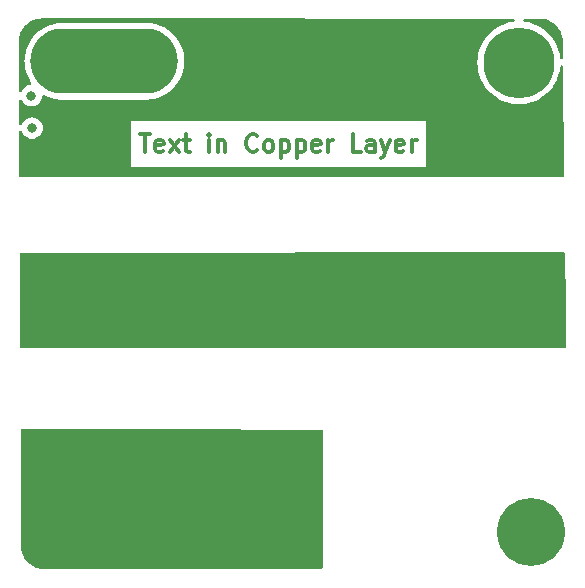
<source format=gbr>
%TF.GenerationSoftware,KiCad,Pcbnew,(6.0.7)*%
%TF.CreationDate,2022-09-05T20:15:19-05:00*%
%TF.ProjectId,SampleTags,53616d70-6c65-4546-9167-732e6b696361,rev?*%
%TF.SameCoordinates,Original*%
%TF.FileFunction,Copper,L1,Top*%
%TF.FilePolarity,Positive*%
%FSLAX46Y46*%
G04 Gerber Fmt 4.6, Leading zero omitted, Abs format (unit mm)*
G04 Created by KiCad (PCBNEW (6.0.7)) date 2022-09-05 20:15:19*
%MOMM*%
%LPD*%
G01*
G04 APERTURE LIST*
%ADD10C,0.300000*%
%TA.AperFunction,NonConductor*%
%ADD11C,0.300000*%
%TD*%
%TA.AperFunction,ComponentPad*%
%ADD12C,5.750000*%
%TD*%
%TA.AperFunction,ComponentPad*%
%ADD13O,12.500000X5.500000*%
%TD*%
%TA.AperFunction,ComponentPad*%
%ADD14C,6.000000*%
%TD*%
%TA.AperFunction,ViaPad*%
%ADD15C,0.800000*%
%TD*%
G04 APERTURE END LIST*
D10*
D11*
X153487314Y-102251771D02*
X154344457Y-102251771D01*
X153915885Y-103751771D02*
X153915885Y-102251771D01*
X155415885Y-103680342D02*
X155273028Y-103751771D01*
X154987314Y-103751771D01*
X154844457Y-103680342D01*
X154773028Y-103537485D01*
X154773028Y-102966057D01*
X154844457Y-102823200D01*
X154987314Y-102751771D01*
X155273028Y-102751771D01*
X155415885Y-102823200D01*
X155487314Y-102966057D01*
X155487314Y-103108914D01*
X154773028Y-103251771D01*
X155987314Y-103751771D02*
X156773028Y-102751771D01*
X155987314Y-102751771D02*
X156773028Y-103751771D01*
X157130171Y-102751771D02*
X157701600Y-102751771D01*
X157344457Y-102251771D02*
X157344457Y-103537485D01*
X157415885Y-103680342D01*
X157558742Y-103751771D01*
X157701600Y-103751771D01*
X159344457Y-103751771D02*
X159344457Y-102751771D01*
X159344457Y-102251771D02*
X159273028Y-102323200D01*
X159344457Y-102394628D01*
X159415885Y-102323200D01*
X159344457Y-102251771D01*
X159344457Y-102394628D01*
X160058742Y-102751771D02*
X160058742Y-103751771D01*
X160058742Y-102894628D02*
X160130171Y-102823200D01*
X160273028Y-102751771D01*
X160487314Y-102751771D01*
X160630171Y-102823200D01*
X160701600Y-102966057D01*
X160701600Y-103751771D01*
X163415885Y-103608914D02*
X163344457Y-103680342D01*
X163130171Y-103751771D01*
X162987314Y-103751771D01*
X162773028Y-103680342D01*
X162630171Y-103537485D01*
X162558742Y-103394628D01*
X162487314Y-103108914D01*
X162487314Y-102894628D01*
X162558742Y-102608914D01*
X162630171Y-102466057D01*
X162773028Y-102323200D01*
X162987314Y-102251771D01*
X163130171Y-102251771D01*
X163344457Y-102323200D01*
X163415885Y-102394628D01*
X164273028Y-103751771D02*
X164130171Y-103680342D01*
X164058742Y-103608914D01*
X163987314Y-103466057D01*
X163987314Y-103037485D01*
X164058742Y-102894628D01*
X164130171Y-102823200D01*
X164273028Y-102751771D01*
X164487314Y-102751771D01*
X164630171Y-102823200D01*
X164701600Y-102894628D01*
X164773028Y-103037485D01*
X164773028Y-103466057D01*
X164701600Y-103608914D01*
X164630171Y-103680342D01*
X164487314Y-103751771D01*
X164273028Y-103751771D01*
X165415885Y-102751771D02*
X165415885Y-104251771D01*
X165415885Y-102823200D02*
X165558742Y-102751771D01*
X165844457Y-102751771D01*
X165987314Y-102823200D01*
X166058742Y-102894628D01*
X166130171Y-103037485D01*
X166130171Y-103466057D01*
X166058742Y-103608914D01*
X165987314Y-103680342D01*
X165844457Y-103751771D01*
X165558742Y-103751771D01*
X165415885Y-103680342D01*
X166773028Y-102751771D02*
X166773028Y-104251771D01*
X166773028Y-102823200D02*
X166915885Y-102751771D01*
X167201600Y-102751771D01*
X167344457Y-102823200D01*
X167415885Y-102894628D01*
X167487314Y-103037485D01*
X167487314Y-103466057D01*
X167415885Y-103608914D01*
X167344457Y-103680342D01*
X167201600Y-103751771D01*
X166915885Y-103751771D01*
X166773028Y-103680342D01*
X168701600Y-103680342D02*
X168558742Y-103751771D01*
X168273028Y-103751771D01*
X168130171Y-103680342D01*
X168058742Y-103537485D01*
X168058742Y-102966057D01*
X168130171Y-102823200D01*
X168273028Y-102751771D01*
X168558742Y-102751771D01*
X168701600Y-102823200D01*
X168773028Y-102966057D01*
X168773028Y-103108914D01*
X168058742Y-103251771D01*
X169415885Y-103751771D02*
X169415885Y-102751771D01*
X169415885Y-103037485D02*
X169487314Y-102894628D01*
X169558742Y-102823200D01*
X169701600Y-102751771D01*
X169844457Y-102751771D01*
X172201600Y-103751771D02*
X171487314Y-103751771D01*
X171487314Y-102251771D01*
X173344457Y-103751771D02*
X173344457Y-102966057D01*
X173273028Y-102823200D01*
X173130171Y-102751771D01*
X172844457Y-102751771D01*
X172701600Y-102823200D01*
X173344457Y-103680342D02*
X173201600Y-103751771D01*
X172844457Y-103751771D01*
X172701600Y-103680342D01*
X172630171Y-103537485D01*
X172630171Y-103394628D01*
X172701600Y-103251771D01*
X172844457Y-103180342D01*
X173201600Y-103180342D01*
X173344457Y-103108914D01*
X173915885Y-102751771D02*
X174273028Y-103751771D01*
X174630171Y-102751771D02*
X174273028Y-103751771D01*
X174130171Y-104108914D01*
X174058742Y-104180342D01*
X173915885Y-104251771D01*
X175773028Y-103680342D02*
X175630171Y-103751771D01*
X175344457Y-103751771D01*
X175201600Y-103680342D01*
X175130171Y-103537485D01*
X175130171Y-102966057D01*
X175201600Y-102823200D01*
X175344457Y-102751771D01*
X175630171Y-102751771D01*
X175773028Y-102823200D01*
X175844457Y-102966057D01*
X175844457Y-103108914D01*
X175130171Y-103251771D01*
X176487314Y-103751771D02*
X176487314Y-102751771D01*
X176487314Y-103037485D02*
X176558742Y-102894628D01*
X176630171Y-102823200D01*
X176773028Y-102751771D01*
X176915885Y-102751771D01*
D12*
%TO.P,REF\u002A\u002A,*%
%TO.N,*%
X186588400Y-135890000D03*
%TD*%
D13*
%TO.P,REF\u002A\u002A,*%
%TO.N,*%
X150469600Y-96062800D03*
%TD*%
D14*
%TO.P,REF\u002A\u002A,*%
%TO.N,*%
X185572400Y-96189800D03*
%TD*%
D15*
%TO.N,*%
X144297400Y-98983800D03*
X144348200Y-101727000D03*
%TD*%
%TA.AperFunction,NonConductor*%
G36*
X155241102Y-127227592D02*
G01*
X168860443Y-127253758D01*
X168928524Y-127273891D01*
X168974914Y-127327636D01*
X168986200Y-127379758D01*
X168986200Y-138900082D01*
X168966198Y-138968203D01*
X168912542Y-139014696D01*
X168860506Y-139026081D01*
X151185682Y-139068482D01*
X145446030Y-139082251D01*
X145426345Y-139080751D01*
X145417081Y-139079309D01*
X145403400Y-139077179D01*
X145394499Y-139078343D01*
X145394494Y-139078343D01*
X145387110Y-139079309D01*
X145362534Y-139080103D01*
X145146834Y-139065968D01*
X145130493Y-139063817D01*
X144979714Y-139033827D01*
X144892579Y-139016495D01*
X144876669Y-139012233D01*
X144646956Y-138934258D01*
X144631731Y-138927951D01*
X144414175Y-138820666D01*
X144399909Y-138812429D01*
X144198214Y-138677662D01*
X144185141Y-138667631D01*
X144002764Y-138507690D01*
X143991110Y-138496036D01*
X143831169Y-138313659D01*
X143821136Y-138300583D01*
X143686373Y-138098895D01*
X143678132Y-138084621D01*
X143650843Y-138029282D01*
X143570848Y-137867067D01*
X143564541Y-137851841D01*
X143486569Y-137622137D01*
X143482304Y-137606217D01*
X143434983Y-137368307D01*
X143432832Y-137351966D01*
X143419167Y-137143439D01*
X143420197Y-137120301D01*
X143420240Y-137116823D01*
X143421621Y-137107952D01*
X143417296Y-137074871D01*
X143416233Y-137059134D01*
X143369923Y-127331628D01*
X143389601Y-127263413D01*
X143443035Y-127216665D01*
X143496164Y-127205028D01*
X155241102Y-127227592D01*
G37*
%TD.AperFunction*%
%TA.AperFunction,NonConductor*%
G36*
X186945816Y-92463806D02*
G01*
X187267995Y-92464000D01*
X187287301Y-92465500D01*
X187290337Y-92465973D01*
X187302328Y-92467840D01*
X187302331Y-92467840D01*
X187311200Y-92469221D01*
X187320101Y-92468057D01*
X187320106Y-92468057D01*
X187327490Y-92467091D01*
X187352066Y-92466297D01*
X187567766Y-92480432D01*
X187584107Y-92482583D01*
X187694317Y-92504504D01*
X187822021Y-92529905D01*
X187837931Y-92534167D01*
X188067644Y-92612142D01*
X188082867Y-92618448D01*
X188300425Y-92725734D01*
X188314691Y-92733971D01*
X188516383Y-92868736D01*
X188529455Y-92878766D01*
X188587954Y-92930068D01*
X188711836Y-93038710D01*
X188723490Y-93050364D01*
X188861156Y-93207341D01*
X188883431Y-93232741D01*
X188893462Y-93245814D01*
X189015844Y-93428972D01*
X189028227Y-93447505D01*
X189036466Y-93461775D01*
X189110895Y-93612704D01*
X189143751Y-93679331D01*
X189150058Y-93694556D01*
X189222063Y-93906680D01*
X189228031Y-93924263D01*
X189232296Y-93940183D01*
X189279617Y-94178093D01*
X189281768Y-94194434D01*
X189295433Y-94402961D01*
X189294403Y-94426099D01*
X189294360Y-94429576D01*
X189292979Y-94438448D01*
X189294143Y-94447351D01*
X189294143Y-94447355D01*
X189297528Y-94473245D01*
X189298586Y-94488298D01*
X189304859Y-95106570D01*
X189311569Y-95767835D01*
X189292259Y-95836155D01*
X189239077Y-95883190D01*
X189168910Y-95894006D01*
X189104033Y-95865170D01*
X189065045Y-95805836D01*
X189061126Y-95788824D01*
X189009457Y-95462602D01*
X189008941Y-95459341D01*
X188913761Y-95104126D01*
X188781973Y-94760806D01*
X188780475Y-94757866D01*
X188616519Y-94436084D01*
X188616515Y-94436077D01*
X188615020Y-94433143D01*
X188597903Y-94406784D01*
X188438153Y-94160790D01*
X188414732Y-94124725D01*
X188183302Y-93838933D01*
X187923267Y-93578898D01*
X187637475Y-93347468D01*
X187421698Y-93207341D01*
X187331827Y-93148978D01*
X187331824Y-93148976D01*
X187329058Y-93147180D01*
X187326124Y-93145685D01*
X187326117Y-93145681D01*
X187004334Y-92981725D01*
X187001394Y-92980227D01*
X186791618Y-92899702D01*
X186661164Y-92849625D01*
X186661162Y-92849624D01*
X186658074Y-92848439D01*
X186302859Y-92753259D01*
X186053273Y-92713729D01*
X185989121Y-92683317D01*
X185951594Y-92623049D01*
X185952608Y-92552059D01*
X185991841Y-92492887D01*
X186056836Y-92464319D01*
X186073061Y-92463280D01*
X186945816Y-92463806D01*
G37*
%TD.AperFunction*%
%TA.AperFunction,NonConductor*%
G36*
X150110173Y-92441594D02*
G01*
X185075690Y-92462678D01*
X185143798Y-92482721D01*
X185190258Y-92536405D01*
X185200320Y-92606685D01*
X185170788Y-92671248D01*
X185111038Y-92709595D01*
X185095324Y-92713127D01*
X185042667Y-92721467D01*
X184841941Y-92753259D01*
X184486726Y-92848439D01*
X184483638Y-92849624D01*
X184483636Y-92849625D01*
X184353182Y-92899702D01*
X184143406Y-92980227D01*
X184140466Y-92981725D01*
X183818684Y-93145681D01*
X183818677Y-93145685D01*
X183815743Y-93147180D01*
X183812977Y-93148976D01*
X183812974Y-93148978D01*
X183732088Y-93201506D01*
X183507325Y-93347468D01*
X183221533Y-93578898D01*
X182961498Y-93838933D01*
X182730068Y-94124725D01*
X182706647Y-94160790D01*
X182546898Y-94406784D01*
X182529780Y-94433143D01*
X182528285Y-94436077D01*
X182528281Y-94436084D01*
X182364325Y-94757866D01*
X182362827Y-94760806D01*
X182231039Y-95104126D01*
X182135859Y-95459341D01*
X182135343Y-95462602D01*
X182080835Y-95806752D01*
X182078331Y-95822559D01*
X182059085Y-96189800D01*
X182078331Y-96557041D01*
X182135859Y-96920259D01*
X182231039Y-97275474D01*
X182362827Y-97618794D01*
X182364325Y-97621734D01*
X182499234Y-97886507D01*
X182529780Y-97946457D01*
X182531576Y-97949223D01*
X182531578Y-97949226D01*
X182579324Y-98022748D01*
X182730068Y-98254875D01*
X182961498Y-98540667D01*
X183221533Y-98800702D01*
X183507325Y-99032132D01*
X183510100Y-99033934D01*
X183761904Y-99197457D01*
X183815742Y-99232420D01*
X183818676Y-99233915D01*
X183818683Y-99233919D01*
X184140466Y-99397875D01*
X184143406Y-99399373D01*
X184236653Y-99435167D01*
X184472375Y-99525652D01*
X184486726Y-99531161D01*
X184841941Y-99626341D01*
X185034958Y-99656912D01*
X185201911Y-99683355D01*
X185201919Y-99683356D01*
X185205159Y-99683869D01*
X185572400Y-99703115D01*
X185939641Y-99683869D01*
X185942881Y-99683356D01*
X185942889Y-99683355D01*
X186109842Y-99656912D01*
X186302859Y-99626341D01*
X186658074Y-99531161D01*
X186672426Y-99525652D01*
X186908147Y-99435167D01*
X187001394Y-99399373D01*
X187004334Y-99397875D01*
X187326117Y-99233919D01*
X187326124Y-99233915D01*
X187329058Y-99232420D01*
X187382897Y-99197457D01*
X187634700Y-99033934D01*
X187637475Y-99032132D01*
X187923267Y-98800702D01*
X188183302Y-98540667D01*
X188414732Y-98254875D01*
X188565476Y-98022748D01*
X188613222Y-97949226D01*
X188613224Y-97949223D01*
X188615020Y-97946457D01*
X188645567Y-97886507D01*
X188780475Y-97621734D01*
X188781973Y-97618794D01*
X188913761Y-97275474D01*
X189008941Y-96920259D01*
X189066469Y-96557041D01*
X189067592Y-96535608D01*
X189091131Y-96468628D01*
X189147145Y-96425007D01*
X189217852Y-96418594D01*
X189280801Y-96451425D01*
X189316007Y-96513078D01*
X189319413Y-96540924D01*
X189413003Y-105764504D01*
X189393693Y-105832824D01*
X189340512Y-105879859D01*
X189286946Y-105891782D01*
X165335505Y-105879480D01*
X143393077Y-105868209D01*
X143324967Y-105848172D01*
X143278501Y-105794492D01*
X143267143Y-105742809D01*
X143263675Y-105014200D01*
X152685957Y-105014200D01*
X177717243Y-105014200D01*
X177717243Y-101132200D01*
X152685957Y-101132200D01*
X152685957Y-105014200D01*
X143263675Y-105014200D01*
X143252161Y-102595794D01*
X143249717Y-102082311D01*
X143269395Y-102014096D01*
X143322829Y-101967348D01*
X143393054Y-101956910D01*
X143457774Y-101986095D01*
X143495549Y-102042776D01*
X143513673Y-102098556D01*
X143609160Y-102263944D01*
X143736947Y-102405866D01*
X143891448Y-102518118D01*
X143897476Y-102520802D01*
X143897478Y-102520803D01*
X144059881Y-102593109D01*
X144065912Y-102595794D01*
X144159313Y-102615647D01*
X144246256Y-102634128D01*
X144246261Y-102634128D01*
X144252713Y-102635500D01*
X144443687Y-102635500D01*
X144450139Y-102634128D01*
X144450144Y-102634128D01*
X144537087Y-102615647D01*
X144630488Y-102595794D01*
X144636519Y-102593109D01*
X144798922Y-102520803D01*
X144798924Y-102520802D01*
X144804952Y-102518118D01*
X144959453Y-102405866D01*
X145087240Y-102263944D01*
X145182727Y-102098556D01*
X145241742Y-101916928D01*
X145261704Y-101727000D01*
X145241742Y-101537072D01*
X145182727Y-101355444D01*
X145087240Y-101190056D01*
X144959453Y-101048134D01*
X144804952Y-100935882D01*
X144798924Y-100933198D01*
X144798922Y-100933197D01*
X144636519Y-100860891D01*
X144636518Y-100860891D01*
X144630488Y-100858206D01*
X144537088Y-100838353D01*
X144450144Y-100819872D01*
X144450139Y-100819872D01*
X144443687Y-100818500D01*
X144252713Y-100818500D01*
X144246261Y-100819872D01*
X144246256Y-100819872D01*
X144159313Y-100838353D01*
X144065912Y-100858206D01*
X144059882Y-100860891D01*
X144059881Y-100860891D01*
X143897478Y-100933197D01*
X143897476Y-100933198D01*
X143891448Y-100935882D01*
X143736947Y-101048134D01*
X143609160Y-101190056D01*
X143513673Y-101355444D01*
X143511631Y-101361729D01*
X143492220Y-101421469D01*
X143452146Y-101480075D01*
X143386750Y-101507712D01*
X143316793Y-101495605D01*
X143264487Y-101447599D01*
X143246388Y-101383133D01*
X143245193Y-101132200D01*
X143237114Y-99435166D01*
X143256792Y-99366952D01*
X143310226Y-99320204D01*
X143380451Y-99309766D01*
X143445171Y-99338951D01*
X143472232Y-99371567D01*
X143555058Y-99515026D01*
X143555061Y-99515031D01*
X143558360Y-99520744D01*
X143562778Y-99525651D01*
X143562779Y-99525652D01*
X143567739Y-99531161D01*
X143686147Y-99662666D01*
X143840648Y-99774918D01*
X143846676Y-99777602D01*
X143846678Y-99777603D01*
X144009081Y-99849909D01*
X144015112Y-99852594D01*
X144108513Y-99872447D01*
X144195456Y-99890928D01*
X144195461Y-99890928D01*
X144201913Y-99892300D01*
X144392887Y-99892300D01*
X144399339Y-99890928D01*
X144399344Y-99890928D01*
X144486287Y-99872447D01*
X144579688Y-99852594D01*
X144585719Y-99849909D01*
X144748122Y-99777603D01*
X144748124Y-99777602D01*
X144754152Y-99774918D01*
X144908653Y-99662666D01*
X145027061Y-99531161D01*
X145032021Y-99525652D01*
X145032022Y-99525651D01*
X145036440Y-99520744D01*
X145131927Y-99355356D01*
X145190942Y-99173728D01*
X145193541Y-99149006D01*
X145207373Y-99017396D01*
X145234386Y-98951740D01*
X145292608Y-98911110D01*
X145363553Y-98908407D01*
X145393387Y-98920154D01*
X145394469Y-98920749D01*
X145397418Y-98922588D01*
X145720729Y-99077840D01*
X145723998Y-99078988D01*
X146055866Y-99195532D01*
X146055874Y-99195534D01*
X146059125Y-99196676D01*
X146062487Y-99197455D01*
X146062493Y-99197457D01*
X146201114Y-99229587D01*
X146408517Y-99277661D01*
X146411934Y-99278065D01*
X146411943Y-99278067D01*
X146761982Y-99319496D01*
X146764686Y-99319816D01*
X146767401Y-99319901D01*
X146767410Y-99319902D01*
X146792384Y-99320687D01*
X146811905Y-99321300D01*
X154059655Y-99321300D01*
X154061374Y-99321205D01*
X154061389Y-99321205D01*
X154204248Y-99313343D01*
X154327713Y-99306548D01*
X154331127Y-99305980D01*
X154331134Y-99305979D01*
X154548463Y-99269805D01*
X154681501Y-99247661D01*
X155026690Y-99150308D01*
X155359112Y-99015663D01*
X155536122Y-98920154D01*
X155671701Y-98847000D01*
X155671705Y-98846997D01*
X155674751Y-98845354D01*
X155749239Y-98793872D01*
X155966952Y-98643401D01*
X155966953Y-98643400D01*
X155969795Y-98641436D01*
X156240681Y-98406374D01*
X156484136Y-98143005D01*
X156486189Y-98140225D01*
X156486196Y-98140217D01*
X156695162Y-97857300D01*
X156695164Y-97857297D01*
X156697221Y-97854512D01*
X156877361Y-97544378D01*
X157022380Y-97216350D01*
X157116022Y-96920259D01*
X157129485Y-96877691D01*
X157129486Y-96877686D01*
X157130529Y-96874389D01*
X157200499Y-96522625D01*
X157231446Y-96165308D01*
X157226696Y-95963760D01*
X157223078Y-95810216D01*
X157223077Y-95810209D01*
X157222996Y-95806752D01*
X157175251Y-95451289D01*
X157088788Y-95103212D01*
X156964652Y-94766725D01*
X156957403Y-94752217D01*
X156805884Y-94448979D01*
X156805880Y-94448972D01*
X156804341Y-94445892D01*
X156799535Y-94438448D01*
X156611670Y-94147499D01*
X156609791Y-94144589D01*
X156598695Y-94130959D01*
X156385540Y-93869138D01*
X156385539Y-93869137D01*
X156383354Y-93866453D01*
X156127762Y-93614846D01*
X155846104Y-93392804D01*
X155541782Y-93203012D01*
X155218471Y-93047760D01*
X155215202Y-93046612D01*
X154883334Y-92930068D01*
X154883326Y-92930066D01*
X154880075Y-92928924D01*
X154876713Y-92928145D01*
X154876707Y-92928143D01*
X154738086Y-92896013D01*
X154530683Y-92847939D01*
X154527266Y-92847535D01*
X154527257Y-92847533D01*
X154177218Y-92806104D01*
X154177217Y-92806104D01*
X154174514Y-92805784D01*
X154171799Y-92805699D01*
X154171790Y-92805698D01*
X154146816Y-92804913D01*
X154127295Y-92804300D01*
X146879545Y-92804300D01*
X146877826Y-92804395D01*
X146877811Y-92804395D01*
X146734952Y-92812257D01*
X146611487Y-92819052D01*
X146608073Y-92819620D01*
X146608066Y-92819621D01*
X146437936Y-92847939D01*
X146257699Y-92877939D01*
X145912510Y-92975292D01*
X145580088Y-93109937D01*
X145507732Y-93148978D01*
X145267499Y-93278600D01*
X145267495Y-93278603D01*
X145264449Y-93280246D01*
X145261601Y-93282214D01*
X145261600Y-93282215D01*
X145101592Y-93392804D01*
X144969405Y-93484164D01*
X144698519Y-93719226D01*
X144455064Y-93982595D01*
X144453011Y-93985375D01*
X144453004Y-93985383D01*
X144244038Y-94268300D01*
X144241979Y-94271088D01*
X144061839Y-94581222D01*
X143916820Y-94909250D01*
X143915773Y-94912559D01*
X143915772Y-94912563D01*
X143856166Y-95101036D01*
X143808671Y-95251211D01*
X143738701Y-95602975D01*
X143738402Y-95606427D01*
X143714432Y-95883190D01*
X143707754Y-95960292D01*
X143707836Y-95963760D01*
X143713241Y-96193101D01*
X143716204Y-96318848D01*
X143763949Y-96674311D01*
X143850412Y-97022388D01*
X143974548Y-97358875D01*
X143976097Y-97361975D01*
X144133316Y-97676621D01*
X144133320Y-97676628D01*
X144134859Y-97679708D01*
X144136728Y-97682603D01*
X144136730Y-97682606D01*
X144268388Y-97886507D01*
X144288536Y-97954585D01*
X144268680Y-98022748D01*
X144215124Y-98069356D01*
X144188737Y-98078101D01*
X144015112Y-98115006D01*
X144009082Y-98117691D01*
X144009081Y-98117691D01*
X143846678Y-98189997D01*
X143846676Y-98189998D01*
X143840648Y-98192682D01*
X143686147Y-98304934D01*
X143558360Y-98446856D01*
X143555061Y-98452569D01*
X143555058Y-98452574D01*
X143467975Y-98603406D01*
X143416592Y-98652399D01*
X143346878Y-98665835D01*
X143280968Y-98639448D01*
X143239786Y-98581616D01*
X143232857Y-98541006D01*
X143232856Y-98540667D01*
X143216481Y-95101036D01*
X143213466Y-94467782D01*
X143214965Y-94447799D01*
X143217040Y-94434474D01*
X143217040Y-94434469D01*
X143218421Y-94425600D01*
X143217257Y-94416699D01*
X143217257Y-94416694D01*
X143216291Y-94409310D01*
X143215497Y-94384734D01*
X143229632Y-94169034D01*
X143231783Y-94152693D01*
X143261773Y-94001914D01*
X143279105Y-93914779D01*
X143283369Y-93898863D01*
X143294371Y-93866453D01*
X143361342Y-93669156D01*
X143367649Y-93653931D01*
X143435117Y-93517118D01*
X143474934Y-93436375D01*
X143483173Y-93422105D01*
X143502752Y-93392804D01*
X143617938Y-93220414D01*
X143627969Y-93207341D01*
X143631766Y-93203012D01*
X143787910Y-93024964D01*
X143799564Y-93013310D01*
X143894483Y-92930068D01*
X143981945Y-92853366D01*
X143995017Y-92843336D01*
X144196709Y-92708571D01*
X144210975Y-92700334D01*
X144428533Y-92593048D01*
X144443756Y-92586742D01*
X144673469Y-92508767D01*
X144689379Y-92504505D01*
X144776514Y-92487173D01*
X144927293Y-92457183D01*
X144943634Y-92455032D01*
X145152161Y-92441367D01*
X145175299Y-92442397D01*
X145178777Y-92442440D01*
X145187648Y-92443821D01*
X145219028Y-92439718D01*
X145235440Y-92438655D01*
X150110173Y-92441594D01*
G37*
%TD.AperFunction*%
%TA.AperFunction,NonConductor*%
G36*
X189421554Y-112222202D02*
G01*
X189468130Y-112275786D01*
X189479591Y-112327027D01*
X189522778Y-116583171D01*
X189559666Y-120218539D01*
X189559890Y-120240656D01*
X189540580Y-120308976D01*
X189487399Y-120356011D01*
X189433834Y-120367933D01*
X164649085Y-120354998D01*
X143461992Y-120343939D01*
X143393882Y-120323901D01*
X143347417Y-120270221D01*
X143336059Y-120218539D01*
X143298836Y-112399783D01*
X143318514Y-112331568D01*
X143371948Y-112284820D01*
X143424641Y-112273183D01*
X189353403Y-112202305D01*
X189421554Y-112222202D01*
G37*
%TD.AperFunction*%
M02*

</source>
